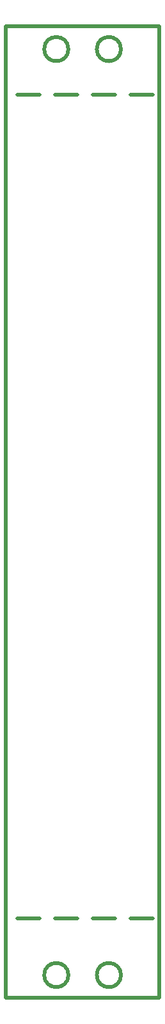
<source format=gbr>
%TF.GenerationSoftware,KiCad,Pcbnew,(7.0.0)*%
%TF.CreationDate,2023-03-26T16:47:37-07:00*%
%TF.ProjectId,followbuttons,666f6c6c-6f77-4627-9574-746f6e732e6b,rev?*%
%TF.SameCoordinates,Original*%
%TF.FileFunction,Profile,NP*%
%FSLAX46Y46*%
G04 Gerber Fmt 4.6, Leading zero omitted, Abs format (unit mm)*
G04 Created by KiCad (PCBNEW (7.0.0)) date 2023-03-26 16:47:37*
%MOMM*%
%LPD*%
G01*
G04 APERTURE LIST*
%TA.AperFunction,Profile*%
%ADD10C,0.500000*%
%TD*%
G04 APERTURE END LIST*
D10*
X28280000Y-23000000D02*
G75*
G03*
X28280000Y-23000000I-1600000J0D01*
G01*
X20000000Y-20000000D02*
X40320000Y-20000000D01*
X40320000Y-20000000D02*
X40320000Y-148500000D01*
X40320000Y-148500000D02*
X20000000Y-148500000D01*
X20000000Y-148500000D02*
X20000000Y-20000000D01*
X36500000Y-138000000D02*
X39500000Y-138000000D01*
X35240000Y-23000000D02*
G75*
G03*
X35240000Y-23000000I-1600000J0D01*
G01*
X35240000Y-145500000D02*
G75*
G03*
X35240000Y-145500000I-1600000J0D01*
G01*
X31500000Y-29000000D02*
X34500000Y-29000000D01*
X26500000Y-138000000D02*
X29500000Y-138000000D01*
X28280000Y-145500000D02*
G75*
G03*
X28280000Y-145500000I-1600000J0D01*
G01*
X31500000Y-138000000D02*
X34500000Y-138000000D01*
X21500000Y-138000000D02*
X24500000Y-138000000D01*
X36500000Y-29000000D02*
X39500000Y-29000000D01*
X26500000Y-29000000D02*
X29500000Y-29000000D01*
X21500000Y-29000000D02*
X24500000Y-29000000D01*
M02*

</source>
